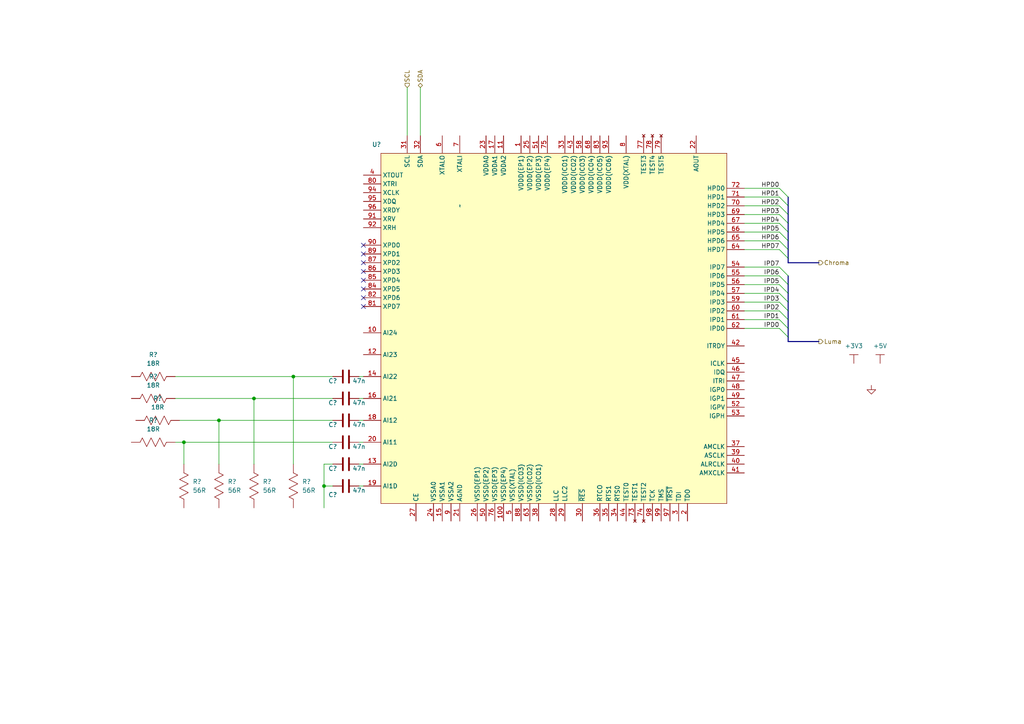
<source format=kicad_sch>
(kicad_sch (version 20230121) (generator eeschema)
  (paper "A4")
  (lib_symbols
    (symbol "tbc:+3V3" (power) (pin_numbers hide) (pin_names (offset 1.016) hide)
      (property "Value" "+3V3" (at 0 3.81 0))
      (symbol "+3V3_0_1"
        (polyline (pts (xy -1.27 2.54) (xy 1.27 2.54)))
        (polyline (pts (xy 0 0) (xy 0 2.54)))
      )
      (symbol "+3V3_1_1"
        (pin power_in line (at 0 0 90) (length 0) hide (name "+3V3") (number "1"))
      )
    )
    (symbol "tbc:+5V" (power) (pin_numbers hide) (pin_names (offset 1.016) hide)
      (property "Value" "+5V" (at 0 3.81 0))
      (symbol "+5V_0_1"
        (polyline (pts (xy -1.27 2.54) (xy 1.27 2.54)))
        (polyline (pts (xy 0 0) (xy 0 2.54)))
      )
      (symbol "+5V_1_1"
        (pin power_in line (at 0 0 90) (length 0) hide (name "+5V") (number "1"))
      )
    )
    (symbol "tbc:GCJ188R71E473KA01D" (pin_numbers hide) (pin_names (offset 1.016))
      (property "Reference" "C" (at 0 3.81 0))
      (property "Value" "47n" (at 0 -3.81 0))
      (symbol "GCJ188R71E473KA01D_0_1"
        (rectangle (start -0.889 1.778) (end -0.889 -1.778) (stroke (width 0.508)))
        (rectangle (start 0.889 1.778) (end 0.889 -1.778) (stroke (width 0.508)))
      )
      (symbol "GCJ188R71E473KA01D_1_1"
        (pin passive line (at -3.81 0 0) (length 2.794) (name "~") (number "1"))
        (pin passive line (at 3.81 0 180) (length 2.794) (name "~") (number "2"))
      )
    )
    (symbol "tbc:GND" (power) (pin_numbers hide) (pin_names (offset 0) hide)
      (symbol "GND_0_1"
        (polyline (pts (xy 0 0) (xy 0 -1.27) (xy 1.27 -1.27) (xy 0 -2.54) (xy -1.27 -1.27) (xy 0 -1.27)))
      )
      (symbol "GND_1_1"
        (pin power_in line (at 0 0 270) (length 0) hide (name "GND") (number "1"))
      )
    )
    (symbol "tbc:RC0603FR-0718RL" (pin_numbers hide) (pin_names (offset 1.016))
      (property "Reference" "R" (at 0 -2.54 0))
      (property "Value" "18R" (at 0 2.54 0))
      (symbol "RC0603FR-0718RL_0_1"
        (polyline (pts (xy -3.81 0) (xy -3.175 1.27) (xy -1.905 -1.27) (xy -0.635 1.27) (xy 0.635 -1.27) (xy 1.905 1.27) (xy 3.175 -1.27) (xy 3.81 0)))
      )
      (symbol "RC0603FR-0718RL_1_1"
        (pin passive line (at -6.35 0 0) (length 2.54) (name "~") (number "1"))
        (pin passive line (at 6.35 0 180) (length 2.54) (name "~") (number "2"))
      )
    )
    (symbol "tbc:RC0603FR-0756RL" (pin_numbers hide) (pin_names (offset 1.016))
      (property "Reference" "R" (at 0 -2.54 0))
      (property "Value" "56R" (at 0 2.54 0))
      (symbol "RC0603FR-0756RL_0_1"
        (polyline (pts (xy -3.81 0) (xy -3.175 1.27) (xy -1.905 -1.27) (xy -0.635 1.27) (xy 0.635 -1.27) (xy 1.905 1.27) (xy 3.175 -1.27) (xy 3.81 0)))
      )
      (symbol "RC0603FR-0756RL_1_1"
        (pin passive line (at -6.35 0 0) (length 2.54) (name "~") (number "1"))
        (pin passive line (at 6.35 0 180) (length 2.54) (name "~") (number "2"))
      )
    )
    (symbol "tbc:SAA7114H"
      (property "Reference" "U" (at -53.34 25.4 0))
      (symbol "SAA7114H_1_1"
        (rectangle (start -50.8 50.8) (end 49.53 -50.8) (fill (type background)))
        (pin power_in line (at -10.16 55.88 270) (length 5.08) (name "VDDD(EP1)") (number "1"))
        (pin input line (at -55.88 -1.27 0) (length 5.08) (name "AI24") (number "10"))
        (pin power_in line (at -15.24 -55.88 90) (length 5.08) (name "VSSD(EP4)") (number "100"))
        (pin power_in line (at -15.24 55.88 270) (length 5.08) (name "VDDA2") (number "11"))
        (pin input line (at -55.88 -7.62 0) (length 5.08) (name "AI23") (number "12"))
        (pin input line (at -55.88 -39.37 0) (length 5.08) (name "AI2D") (number "13"))
        (pin input line (at -55.88 -13.97 0) (length 5.08) (name "AI22") (number "14"))
        (pin power_in line (at -33.02 -55.88 90) (length 5.08) (name "VSSA1") (number "15"))
        (pin input line (at -55.88 -20.32 0) (length 5.08) (name "AI21") (number "16"))
        (pin power_in line (at -17.78 55.88 270) (length 5.08) (name "VDDA1") (number "17"))
        (pin input line (at -55.88 -26.67 0) (length 5.08) (name "AI12") (number "18"))
        (pin input line (at -55.88 -45.72 0) (length 5.08) (name "AI1D") (number "19"))
        (pin output line (at 38.1 -55.88 90) (length 5.08) (name "TDO") (number "2"))
        (pin input line (at -55.88 -33.02 0) (length 5.08) (name "AI11") (number "20"))
        (pin power_in line (at -27.94 -55.88 90) (length 5.08) (name "AGND") (number "21"))
        (pin output line (at 40.64 55.88 270) (length 5.08) (name "AOUT") (number "22"))
        (pin power_in line (at -20.32 55.88 270) (length 5.08) (name "VDDA0") (number "23"))
        (pin power_in line (at -35.56 -55.88 90) (length 5.08) (name "VSSA0") (number "24"))
        (pin power_in line (at -7.62 55.88 270) (length 5.08) (name "VDDD(EP2)") (number "25"))
        (pin power_in line (at -22.86 -55.88 90) (length 5.08) (name "VSSD(EP1)") (number "26"))
        (pin input line (at -40.64 -55.88 90) (length 5.08) (name "CE") (number "27"))
        (pin output line (at 0 -55.88 90) (length 5.08) (name "LLC") (number "28"))
        (pin output line (at 2.54 -55.88 90) (length 5.08) (name "LLC2") (number "29"))
        (pin input line (at 35.56 -55.88 90) (length 5.08) (name "TDI") (number "3"))
        (pin output line (at 7.62 -55.88 90) (length 5.08) (name "~{RES}") (number "30"))
        (pin input line (at -43.18 55.88 270) (length 5.08) (name "SCL") (number "31"))
        (pin bidirectional line (at -39.37 55.88 270) (length 5.08) (name "SDA") (number "32"))
        (pin power_in line (at 2.54 55.88 270) (length 5.08) (name "VDDD(ICO1)") (number "33"))
        (pin output line (at 17.78 -55.88 90) (length 5.08) (name "RTS0") (number "34"))
        (pin output line (at 15.24 -55.88 90) (length 5.08) (name "RTS1") (number "35"))
        (pin output line (at 12.7 -55.88 90) (length 5.08) (name "RTCO") (number "36"))
        (pin output line (at 54.61 -34.29 180) (length 5.08) (name "AMCLK") (number "37"))
        (pin power_out line (at -5.08 -55.88 90) (length 5.08) (name "VSSD(ICO1)") (number "38"))
        (pin output line (at 54.61 -36.83 180) (length 5.08) (name "ASCLK") (number "39"))
        (pin output line (at -55.88 44.45 0) (length 5.08) (name "XTOUT") (number "4"))
        (pin output line (at 54.61 -39.37 180) (length 5.08) (name "ALRCLK") (number "40"))
        (pin input line (at 54.61 -41.91 180) (length 5.08) (name "AMXCLK") (number "41"))
        (pin input line (at 54.61 -5.08 180) (length 5.08) (name "ITRDY") (number "42"))
        (pin power_in line (at 5.08 55.88 270) (length 5.08) (name "VDDD(ICO2)") (number "43"))
        (pin output line (at 20.32 -55.88 90) (length 5.08) (name "TEST0") (number "44"))
        (pin bidirectional line (at 54.61 -10.16 180) (length 5.08) (name "ICLK") (number "45"))
        (pin output line (at 54.61 -12.7 180) (length 5.08) (name "IDQ") (number "46"))
        (pin input line (at 54.61 -15.24 180) (length 5.08) (name "ITRI") (number "47"))
        (pin output line (at 54.61 -17.78 180) (length 5.08) (name "IGP0") (number "48"))
        (pin output line (at 54.61 -20.32 180) (length 5.08) (name "IGP1") (number "49"))
        (pin power_in line (at -12.7 -55.88 90) (length 5.08) (name "VSS(XTAL)") (number "5"))
        (pin power_in line (at -20.32 -55.88 90) (length 5.08) (name "VSSD(EP2)") (number "50"))
        (pin power_in line (at -5.08 55.88 270) (length 5.08) (name "VDDD(EP3)") (number "51"))
        (pin output line (at 54.61 -22.86 180) (length 5.08) (name "IGPV") (number "52"))
        (pin output line (at 54.61 -25.4 180) (length 5.08) (name "IGPH") (number "53"))
        (pin output line (at 54.61 17.78 180) (length 5.08) (name "IPD7") (number "54"))
        (pin output line (at 54.61 15.24 180) (length 5.08) (name "IPD6") (number "55"))
        (pin output line (at 54.61 12.7 180) (length 5.08) (name "IPD5") (number "56"))
        (pin output line (at 54.61 10.16 180) (length 5.08) (name "IPD4") (number "57"))
        (pin power_in line (at 7.62 55.88 270) (length 5.08) (name "VDDD(ICO3)") (number "58"))
        (pin output line (at 54.61 7.62 180) (length 5.08) (name "IPD3") (number "59"))
        (pin output line (at -33.02 55.88 270) (length 5.08) (name "XTALO") (number "6"))
        (pin output line (at 54.61 5.08 180) (length 5.08) (name "IPD2") (number "60"))
        (pin output line (at 54.61 2.54 180) (length 5.08) (name "IPD1") (number "61"))
        (pin output line (at 54.61 0 180) (length 5.08) (name "IPD0") (number "62"))
        (pin power_in line (at -7.62 -55.88 90) (length 5.08) (name "VSSD(ICO2)") (number "63"))
        (pin bidirectional line (at 54.61 22.86 180) (length 5.08) (name "HPD7") (number "64"))
        (pin bidirectional line (at 54.61 25.4 180) (length 5.08) (name "HPD6") (number "65"))
        (pin bidirectional line (at 54.61 27.94 180) (length 5.08) (name "HPD5") (number "66"))
        (pin bidirectional line (at 54.61 30.48 180) (length 5.08) (name "HPD4") (number "67"))
        (pin power_in line (at 10.16 55.88 270) (length 5.08) (name "VDDD(ICO4)") (number "68"))
        (pin bidirectional line (at 54.61 33.02 180) (length 5.08) (name "HPD3") (number "69"))
        (pin input line (at -27.94 55.88 270) (length 5.08) (name "XTALI") (number "7"))
        (pin bidirectional line (at 54.61 35.56 180) (length 5.08) (name "HPD2") (number "70"))
        (pin bidirectional line (at 54.61 38.1 180) (length 5.08) (name "HPD1") (number "71"))
        (pin bidirectional line (at 54.61 40.64 180) (length 5.08) (name "HPD0") (number "72"))
        (pin no_connect line (at 22.86 -55.88 90) (length 5.08) (name "TEST1") (number "73"))
        (pin no_connect line (at 25.4 -55.88 90) (length 5.08) (name "TEST2") (number "74"))
        (pin power_in line (at -2.54 55.88 270) (length 5.08) (name "VDDD(EP4)") (number "75"))
        (pin power_in line (at -17.78 -55.88 90) (length 5.08) (name "VSSD(EP3)") (number "76"))
        (pin no_connect line (at 25.4 55.88 270) (length 5.08) (name "TEST3") (number "77"))
        (pin no_connect line (at 27.94 55.88 270) (length 5.08) (name "TEST4") (number "78"))
        (pin no_connect line (at 30.48 55.88 270) (length 5.08) (name "TEST5") (number "79"))
        (pin power_in line (at 20.32 55.88 270) (length 5.08) (name "VDD(XTAL)") (number "8"))
        (pin input line (at -55.88 41.91 0) (length 5.08) (name "XTRI") (number "80"))
        (pin bidirectional line (at -55.88 6.35 0) (length 5.08) (name "XPD7") (number "81"))
        (pin bidirectional line (at -55.88 8.89 0) (length 5.08) (name "XPD6") (number "82"))
        (pin power_in line (at 12.7 55.88 270) (length 5.08) (name "VDDD(ICO5)") (number "83"))
        (pin bidirectional line (at -55.88 11.43 0) (length 5.08) (name "XPD5") (number "84"))
        (pin bidirectional line (at -55.88 13.97 0) (length 5.08) (name "XPD4") (number "85"))
        (pin bidirectional line (at -55.88 16.51 0) (length 5.08) (name "XPD3") (number "86"))
        (pin bidirectional line (at -55.88 19.05 0) (length 5.08) (name "XPD2") (number "87"))
        (pin power_in line (at -10.16 -55.88 90) (length 5.08) (name "VSSD(ICO3)") (number "88"))
        (pin bidirectional line (at -55.88 21.59 0) (length 5.08) (name "XPD1") (number "89"))
        (pin power_in line (at -30.48 -55.88 90) (length 5.08) (name "VSSA2") (number "9"))
        (pin bidirectional line (at -55.88 24.13 0) (length 5.08) (name "XPD0") (number "90"))
        (pin bidirectional line (at -55.88 31.75 0) (length 5.08) (name "XRV") (number "91"))
        (pin bidirectional line (at -55.88 29.21 0) (length 5.08) (name "XRH") (number "92"))
        (pin power_in line (at 15.24 55.88 270) (length 5.08) (name "VDDD(ICO6)") (number "93"))
        (pin bidirectional line (at -55.88 39.37 0) (length 5.08) (name "XCLK") (number "94"))
        (pin bidirectional line (at -55.88 36.83 0) (length 5.08) (name "XDQ") (number "95"))
        (pin output line (at -55.88 34.29 0) (length 5.08) (name "XRDY") (number "96"))
        (pin input line (at 33.02 -55.88 90) (length 5.08) (name "~{TRST}") (number "97"))
        (pin input line (at 27.94 -55.88 90) (length 5.08) (name "TCK") (number "98"))
        (pin input line (at 30.48 -55.88 90) (length 5.08) (name "TMS") (number "99"))
      )
    )
  )
  (junction (at 73.66 115.57))
  (junction (at 85.09 109.22))
  (junction (at 53.34 128.27))
  (junction (at 63.5 121.92))
  (junction (at 93.98 140.97))
  (no_connect (at 105.41 76.2))
  (no_connect (at 105.41 78.74))
  (no_connect (at 105.41 83.82))
  (no_connect (at 105.41 81.28))
  (no_connect (at 105.41 71.12))
  (no_connect (at 105.41 86.36))
  (no_connect (at 105.41 88.9))
  (no_connect (at 105.41 73.66))
  (bus_entry (at 226.06 82.55) (size 2.54 2.54))
  (bus_entry (at 226.06 54.61) (size 2.54 2.54))
  (bus_entry (at 226.06 57.15) (size 2.54 2.54))
  (bus_entry (at 226.06 72.39) (size 2.54 2.54))
  (bus_entry (at 226.06 95.25) (size 2.54 2.54))
  (bus_entry (at 226.06 87.63) (size 2.54 2.54))
  (bus_entry (at 226.06 67.31) (size 2.54 2.54))
  (bus_entry (at 226.06 69.85) (size 2.54 2.54))
  (bus_entry (at 226.06 90.17) (size 2.54 2.54))
  (bus_entry (at 226.06 85.09) (size 2.54 2.54))
  (bus_entry (at 226.06 92.71) (size 2.54 2.54))
  (bus_entry (at 226.06 59.69) (size 2.54 2.54))
  (bus_entry (at 226.06 80.01) (size 2.54 2.54))
  (bus_entry (at 226.06 64.77) (size 2.54 2.54))
  (bus_entry (at 226.06 77.47) (size 2.54 2.54))
  (bus_entry (at 226.06 62.23) (size 2.54 2.54))
  (wire (pts (xy 50.8 109.22) (xy 85.09 109.22)))
  (bus (pts (xy 228.6 95.25) (xy 228.6 97.79)))
  (wire (pts (xy 50.8 115.57) (xy 73.66 115.57)))
  (bus (pts (xy 228.6 74.93) (xy 228.6 76.2)))
  (wire (pts (xy 53.34 128.27) (xy 96.52 128.27)))
  (wire (pts (xy 85.09 109.22) (xy 96.52 109.22)))
  (wire (pts (xy 215.9 59.69) (xy 226.06 59.69)))
  (wire (pts (xy 215.9 69.85) (xy 226.06 69.85)))
  (wire (pts (xy 215.9 85.09) (xy 226.06 85.09)))
  (wire (pts (xy 93.98 140.97) (xy 93.98 147.32)))
  (wire (pts (xy 215.9 72.39) (xy 226.06 72.39)))
  (wire (pts (xy 215.9 80.01) (xy 226.06 80.01)))
  (wire (pts (xy 215.9 92.71) (xy 226.06 92.71)))
  (bus (pts (xy 228.6 76.2) (xy 237.49 76.2)))
  (wire (pts (xy 96.52 140.97) (xy 93.98 140.97)))
  (wire (pts (xy 215.9 90.17) (xy 226.06 90.17)))
  (wire (pts (xy 215.9 77.47) (xy 226.06 77.47)))
  (wire (pts (xy 63.5 121.92) (xy 63.5 134.62)))
  (wire (pts (xy 93.98 134.62) (xy 96.52 134.62)))
  (bus (pts (xy 228.6 59.69) (xy 228.6 62.23)))
  (bus (pts (xy 228.6 57.15) (xy 228.6 59.69)))
  (bus (pts (xy 228.6 87.63) (xy 228.6 90.17)))
  (wire (pts (xy 85.09 109.22) (xy 85.09 134.62)))
  (wire (pts (xy 53.34 128.27) (xy 53.34 134.62)))
  (wire (pts (xy 215.9 57.15) (xy 226.06 57.15)))
  (bus (pts (xy 228.6 85.09) (xy 228.6 87.63)))
  (wire (pts (xy 52.07 121.92) (xy 63.5 121.92)))
  (bus (pts (xy 228.6 69.85) (xy 228.6 72.39)))
  (wire (pts (xy 50.8 128.27) (xy 53.34 128.27)))
  (bus (pts (xy 228.6 92.71) (xy 228.6 95.25)))
  (bus (pts (xy 228.6 99.06) (xy 237.49 99.06)))
  (wire (pts (xy 73.66 115.57) (xy 73.66 134.62)))
  (wire (pts (xy 104.14 121.92) (xy 105.41 121.92)))
  (wire (pts (xy 104.14 115.57) (xy 105.41 115.57)))
  (bus (pts (xy 228.6 67.31) (xy 228.6 69.85)))
  (wire (pts (xy 215.9 87.63) (xy 226.06 87.63)))
  (wire (pts (xy 104.14 134.62) (xy 105.41 134.62)))
  (bus (pts (xy 228.6 82.55) (xy 228.6 85.09)))
  (bus (pts (xy 228.6 90.17) (xy 228.6 92.71)))
  (wire (pts (xy 215.9 67.31) (xy 226.06 67.31)))
  (wire (pts (xy 215.9 62.23) (xy 226.06 62.23)))
  (bus (pts (xy 228.6 64.77) (xy 228.6 67.31)))
  (bus (pts (xy 228.6 97.79) (xy 228.6 99.06)))
  (wire (pts (xy 104.14 109.22) (xy 105.41 109.22)))
  (bus (pts (xy 228.6 62.23) (xy 228.6 64.77)))
  (wire (pts (xy 215.9 64.77) (xy 226.06 64.77)))
  (wire (pts (xy 93.98 134.62) (xy 93.98 140.97)))
  (bus (pts (xy 228.6 80.01) (xy 228.6 82.55)))
  (wire (pts (xy 215.9 54.61) (xy 226.06 54.61)))
  (wire (pts (xy 104.14 128.27) (xy 105.41 128.27)))
  (wire (pts (xy 215.9 82.55) (xy 226.06 82.55)))
  (wire (pts (xy 121.92 25.4) (xy 121.92 39.37)))
  (wire (pts (xy 73.66 115.57) (xy 96.52 115.57)))
  (wire (pts (xy 215.9 95.25) (xy 226.06 95.25)))
  (bus (pts (xy 228.6 72.39) (xy 228.6 74.93)))
  (wire (pts (xy 104.14 140.97) (xy 105.41 140.97)))
  (wire (pts (xy 63.5 121.92) (xy 96.52 121.92)))
  (wire (pts (xy 118.11 25.4) (xy 118.11 39.37)))
  (label "IPD6" (at 226.06 80.01 180))
  (label "HPD2" (at 226.06 59.69 180))
  (label "IPD4" (at 226.06 85.09 180))
  (label "HPD0" (at 226.06 54.61 180))
  (label "IPD7" (at 226.06 77.47 180))
  (label "HPD3" (at 226.06 62.23 180))
  (label "IPD3" (at 226.06 87.63 180))
  (label "IPD1" (at 226.06 92.71 180))
  (label "HPD5" (at 226.06 67.31 180))
  (label "HPD4" (at 226.06 64.77 180))
  (label "IPD5" (at 226.06 82.55 180))
  (label "HPD6" (at 226.06 69.85 180))
  (label "HPD1" (at 226.06 57.15 180))
  (label "IPD0" (at 226.06 95.25 180))
  (label "HPD7" (at 226.06 72.39 180))
  (label "IPD2" (at 226.06 90.17 180))
  (hierarchical_label "Luma" (shape output) (at 237.49 99.06 0))
  (hierarchical_label "SDA" (shape bidirectional) (at 121.92 25.4 90))
  (hierarchical_label "SCL" (shape input) (at 118.11 25.4 90))
  (hierarchical_label "Chroma" (shape output) (at 237.49 76.2 0))
  (symbol (lib_id "tbc:GCJ188R71E473KA01D") (at 100.33 121.92 0) (unit 1)
    (property "Reference" "C?" (at 96.52 123.19 0))
    (property "Value" "47n" (at 104.14 123.19 0))
    (property "Datasheet" "https://au.mouser.com/datasheet/2/281/1/GCJ188R71E473KA01_02B-3140701.pdf" (effects hide))
    (property "MPN" "GCJ188R71E473KA01D" (effects hide))
    (property "Mouser" "81-GCJ188R71E473KA1D" (effects hide))
  )
  (symbol (lib_id "tbc:RC0603FR-0718RL") (at 45.72 121.92 0) (unit 1)
    (property "Reference" "R?" (at 45.72 115.57 0))
    (property "Value" "18R" (at 45.72 118.11 0))
    (property "Datasheet" "https://www.yageo.com/upload/media/product/products/datasheet/rchip/PYu-RC_Group_51_RoHS_L_12.pdf" (effects hide))
    (property "MPN" "RC0603FR-0718RL" (effects hide))
    (property "Mouser" "603-RC0603FR-0718RL" (effects hide))
  )
  (symbol (lib_id "tbc:RC0603FR-0756RL") (at 53.34 140.97 90) (unit 1)
    (property "Reference" "R?" (at 55.88 139.7 90) (effects (justify right)))
    (property "Value" "56R" (at 55.88 142.24 90) (effects (justify right)))
    (property "Datasheet" "https://www.yageo.com/upload/media/product/products/datasheet/rchip/PYu-RC_Group_51_RoHS_L_12.pdf" (effects hide))
    (property "MPN" "RC0603FR-0756RL" (effects hide))
    (property "Mouser" " 603-RC0603FR-0756RL " (effects hide))
  )
  (symbol (lib_id "tbc:RC0603FR-0756RL") (at 73.66 140.97 90) (unit 1)
    (property "Reference" "R?" (at 76.2 139.7 90) (effects (justify right)))
    (property "Value" "56R" (at 76.2 142.24 90) (effects (justify right)))
    (property "Datasheet" "https://www.yageo.com/upload/media/product/products/datasheet/rchip/PYu-RC_Group_51_RoHS_L_12.pdf" (effects hide))
    (property "MPN" "RC0603FR-0756RL" (effects hide))
    (property "Mouser" " 603-RC0603FR-0756RL " (effects hide))
  )
  (symbol (lib_id "tbc:SAA7114H") (at 161.29 95.25 0) (unit 1)
    (property "Reference" "U?" (at 109.22 41.91 0))
    (property "Value" "~" (at 133.35 59.69 90))
  )
  (symbol (lib_id "tbc:GCJ188R71E473KA01D") (at 100.33 115.57 0) (unit 1)
    (property "Reference" "C?" (at 96.52 116.84 0))
    (property "Value" "47n" (at 104.14 116.84 0))
    (property "Datasheet" "https://au.mouser.com/datasheet/2/281/1/GCJ188R71E473KA01_02B-3140701.pdf" (effects hide))
    (property "MPN" "GCJ188R71E473KA01D" (effects hide))
    (property "Mouser" "81-GCJ188R71E473KA1D" (effects hide))
  )
  (symbol (lib_id "tbc:GND") (at 252.73 111.76 0) (unit 1)
    (property "Reference" "#PWR?" (effects hide))
    (property "Value" "GND" (effects hide))
  )
  (symbol (lib_id "tbc:GCJ188R71E473KA01D") (at 100.33 128.27 0) (unit 1)
    (property "Reference" "C?" (at 96.52 129.54 0))
    (property "Value" "47n" (at 104.14 129.54 0))
    (property "Datasheet" "https://au.mouser.com/datasheet/2/281/1/GCJ188R71E473KA01_02B-3140701.pdf" (effects hide))
    (property "MPN" "GCJ188R71E473KA01D" (effects hide))
    (property "Mouser" "81-GCJ188R71E473KA1D" (effects hide))
  )
  (symbol (lib_id "tbc:RC0603FR-0756RL") (at 63.5 140.97 90) (unit 1)
    (property "Reference" "R?" (at 66.04 139.7 90) (effects (justify right)))
    (property "Value" "56R" (at 66.04 142.24 90) (effects (justify right)))
    (property "Datasheet" "https://www.yageo.com/upload/media/product/products/datasheet/rchip/PYu-RC_Group_51_RoHS_L_12.pdf" (effects hide))
    (property "MPN" "RC0603FR-0756RL" (effects hide))
    (property "Mouser" " 603-RC0603FR-0756RL " (effects hide))
  )
  (symbol (lib_id "tbc:+5V") (at 255.27 105.41 0) (unit 1)
    (property "Reference" "#PWR?" (effects hide))
    (property "Value" "+5V" (at 255.27 100.33 0))
  )
  (symbol (lib_id "tbc:RC0603FR-0718RL") (at 44.45 109.22 0) (unit 1)
    (property "Reference" "R?" (at 44.45 102.87 0))
    (property "Value" "18R" (at 44.45 105.41 0))
    (property "Datasheet" "https://www.yageo.com/upload/media/product/products/datasheet/rchip/PYu-RC_Group_51_RoHS_L_12.pdf" (effects hide))
    (property "MPN" "RC0603FR-0718RL" (effects hide))
    (property "Mouser" "603-RC0603FR-0718RL" (effects hide))
  )
  (symbol (lib_id "tbc:GCJ188R71E473KA01D") (at 100.33 109.22 0) (unit 1)
    (property "Reference" "C?" (at 96.52 110.49 0))
    (property "Value" "47n" (at 104.14 110.49 0))
    (property "Datasheet" "https://au.mouser.com/datasheet/2/281/1/GCJ188R71E473KA01_02B-3140701.pdf" (effects hide))
    (property "MPN" "GCJ188R71E473KA01D" (effects hide))
    (property "Mouser" "81-GCJ188R71E473KA1D" (effects hide))
  )
  (symbol (lib_id "tbc:RC0603FR-0718RL") (at 44.45 115.57 0) (unit 1)
    (property "Reference" "R?" (at 44.45 109.22 0))
    (property "Value" "18R" (at 44.45 111.76 0))
    (property "Datasheet" "https://www.yageo.com/upload/media/product/products/datasheet/rchip/PYu-RC_Group_51_RoHS_L_12.pdf" (effects hide))
    (property "MPN" "RC0603FR-0718RL" (effects hide))
    (property "Mouser" "603-RC0603FR-0718RL" (effects hide))
  )
  (symbol (lib_id "tbc:GCJ188R71E473KA01D") (at 100.33 134.62 0) (unit 1)
    (property "Reference" "C?" (at 96.52 135.89 0))
    (property "Value" "47n" (at 104.14 135.89 0))
    (property "Datasheet" "https://au.mouser.com/datasheet/2/281/1/GCJ188R71E473KA01_02B-3140701.pdf" (effects hide))
    (property "MPN" "GCJ188R71E473KA01D" (effects hide))
    (property "Mouser" "81-GCJ188R71E473KA1D" (effects hide))
  )
  (symbol (lib_id "tbc:+3V3") (at 247.65 105.41 0) (unit 1)
    (property "Reference" "#PWR?" (effects hide))
    (property "Value" "+3V3" (at 247.65 100.33 0))
  )
  (symbol (lib_id "tbc:GCJ188R71E473KA01D") (at 100.33 140.97 0) (unit 1)
    (property "Reference" "C?" (at 96.52 143.51 0))
    (property "Value" "47n" (at 104.14 142.24 0))
    (property "Datasheet" "https://au.mouser.com/datasheet/2/281/1/GCJ188R71E473KA01_02B-3140701.pdf" (effects hide))
    (property "MPN" "GCJ188R71E473KA01D" (effects hide))
    (property "Mouser" "81-GCJ188R71E473KA1D" (effects hide))
  )
  (symbol (lib_id "tbc:RC0603FR-0756RL") (at 85.09 140.97 90) (unit 1)
    (property "Reference" "R?" (at 87.63 139.7 90) (effects (justify right)))
    (property "Value" "56R" (at 87.63 142.24 90) (effects (justify right)))
    (property "Datasheet" "https://www.yageo.com/upload/media/product/products/datasheet/rchip/PYu-RC_Group_51_RoHS_L_12.pdf" (effects hide))
    (property "MPN" "RC0603FR-0756RL" (effects hide))
    (property "Mouser" " 603-RC0603FR-0756RL " (effects hide))
  )
  (symbol (lib_id "tbc:RC0603FR-0718RL") (at 44.45 128.27 0) (unit 1)
    (property "Reference" "R?" (at 44.45 121.92 0))
    (property "Value" "18R" (at 44.45 124.46 0))
    (property "Datasheet" "https://www.yageo.com/upload/media/product/products/datasheet/rchip/PYu-RC_Group_51_RoHS_L_12.pdf" (effects hide))
    (property "MPN" "RC0603FR-0718RL" (effects hide))
    (property "Mouser" "603-RC0603FR-0718RL" (effects hide))
  )
)
</source>
